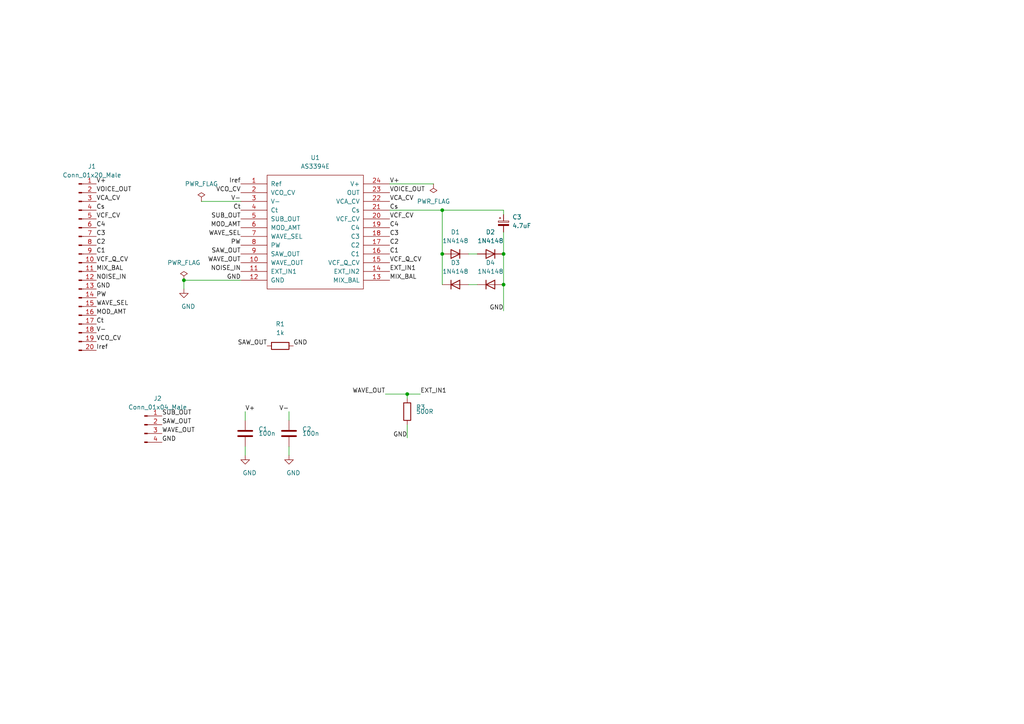
<source format=kicad_sch>
(kicad_sch (version 20211123) (generator eeschema)
  (paper "A4")
  (lib_symbols
    (symbol "AS3394E:AS3394E" (pin_names (offset 1.016))
      (property "Reference" "U" (at 0 -2.54 0))
      (property "Value" "AS3394E" (at 0 2.54 0))
      (symbol "AS3394E_1_0"
        (rectangle (start -13.97 -16.51) (end 13.97 16.51))
      )
      (symbol "AS3394E_1_1"
        (pin input line (at -21.59 13.97 0) (length 7.62) (name "Ref") (number "1"))
        (pin output line (at -21.59 -8.89 0) (length 7.62) (name "WAVE_OUT") (number "10"))
        (pin input line (at -21.59 -11.43 0) (length 7.62) (name "EXT_IN1") (number "11"))
        (pin power_in line (at -21.59 -13.97 0) (length 7.62) (name "GND") (number "12"))
        (pin input line (at 21.59 -13.97 180) (length 7.62) (name "MIX_BAL") (number "13"))
        (pin input line (at 21.59 -11.43 180) (length 7.62) (name "EXT_IN2") (number "14"))
        (pin input line (at 21.59 -8.89 180) (length 7.62) (name "VCF_Q_CV") (number "15"))
        (pin input line (at 21.59 -6.35 180) (length 7.62) (name "C1") (number "16"))
        (pin input line (at 21.59 -3.81 180) (length 7.62) (name "C2") (number "17"))
        (pin input line (at 21.59 -1.27 180) (length 7.62) (name "C3") (number "18"))
        (pin input line (at 21.59 1.27 180) (length 7.62) (name "C4") (number "19"))
        (pin input line (at -21.59 11.43 0) (length 7.62) (name "VCO_CV") (number "2"))
        (pin input line (at 21.59 3.81 180) (length 7.62) (name "VCF_CV") (number "20"))
        (pin input line (at 21.59 6.35 180) (length 7.62) (name "Cs") (number "21"))
        (pin input line (at 21.59 8.89 180) (length 7.62) (name "VCA_CV") (number "22"))
        (pin output line (at 21.59 11.43 180) (length 7.62) (name "OUT") (number "23"))
        (pin power_in line (at 21.59 13.97 180) (length 7.62) (name "V+") (number "24"))
        (pin power_in line (at -21.59 8.89 0) (length 7.62) (name "V-") (number "3"))
        (pin input line (at -21.59 6.35 0) (length 7.62) (name "Ct") (number "4"))
        (pin output line (at -21.59 3.81 0) (length 7.62) (name "SUB_OUT") (number "5"))
        (pin input line (at -21.59 1.27 0) (length 7.62) (name "MOD_AMT") (number "6"))
        (pin input line (at -21.59 -1.27 0) (length 7.62) (name "WAVE_SEL") (number "7"))
        (pin input line (at -21.59 -3.81 0) (length 7.62) (name "PW") (number "8"))
        (pin output line (at -21.59 -6.35 0) (length 7.62) (name "SAW_OUT") (number "9"))
      )
    )
    (symbol "Connector:Conn_01x04_Male" (pin_names (offset 1.016) hide)
      (property "Reference" "J" (at 0 5.08 0))
      (property "Value" "Conn_01x04_Male" (at 0 -7.62 0))
      (symbol "Conn_01x04_Male_1_1"
        (polyline (pts (xy 1.27 -5.08) (xy 0.8636 -5.08)) (stroke (width 0.1524)))
        (polyline (pts (xy 1.27 -2.54) (xy 0.8636 -2.54)) (stroke (width 0.1524)))
        (polyline (pts (xy 1.27 0) (xy 0.8636 0)) (stroke (width 0.1524)))
        (polyline (pts (xy 1.27 2.54) (xy 0.8636 2.54)) (stroke (width 0.1524)))
        (rectangle (start 0.8636 -4.953) (end 0 -5.207) (stroke (width 0.1524)) (fill (type outline)))
        (rectangle (start 0.8636 -2.413) (end 0 -2.667) (stroke (width 0.1524)) (fill (type outline)))
        (rectangle (start 0.8636 0.127) (end 0 -0.127) (stroke (width 0.1524)) (fill (type outline)))
        (rectangle (start 0.8636 2.667) (end 0 2.413) (stroke (width 0.1524)) (fill (type outline)))
        (pin passive line (at 5.08 2.54 180) (length 3.81) (name "Pin_1") (number "1"))
        (pin passive line (at 5.08 0 180) (length 3.81) (name "Pin_2") (number "2"))
        (pin passive line (at 5.08 -2.54 180) (length 3.81) (name "Pin_3") (number "3"))
        (pin passive line (at 5.08 -5.08 180) (length 3.81) (name "Pin_4") (number "4"))
      )
    )
    (symbol "Connector:Conn_01x20_Male" (pin_names (offset 1.016) hide)
      (property "Reference" "J" (at 0 25.4 0))
      (property "Value" "Conn_01x20_Male" (at 0 -27.94 0))
      (symbol "Conn_01x20_Male_1_1"
        (polyline (pts (xy 1.27 -25.4) (xy 0.8636 -25.4)) (stroke (width 0.1524)))
        (polyline (pts (xy 1.27 -22.86) (xy 0.8636 -22.86)) (stroke (width 0.1524)))
        (polyline (pts (xy 1.27 -20.32) (xy 0.8636 -20.32)) (stroke (width 0.1524)))
        (polyline (pts (xy 1.27 -17.78) (xy 0.8636 -17.78)) (stroke (width 0.1524)))
        (polyline (pts (xy 1.27 -15.24) (xy 0.8636 -15.24)) (stroke (width 0.1524)))
        (polyline (pts (xy 1.27 -12.7) (xy 0.8636 -12.7)) (stroke (width 0.1524)))
        (polyline (pts (xy 1.27 -10.16) (xy 0.8636 -10.16)) (stroke (width 0.1524)))
        (polyline (pts (xy 1.27 -7.62) (xy 0.8636 -7.62)) (stroke (width 0.1524)))
        (polyline (pts (xy 1.27 -5.08) (xy 0.8636 -5.08)) (stroke (width 0.1524)))
        (polyline (pts (xy 1.27 -2.54) (xy 0.8636 -2.54)) (stroke (width 0.1524)))
        (polyline (pts (xy 1.27 0) (xy 0.8636 0)) (stroke (width 0.1524)))
        (polyline (pts (xy 1.27 2.54) (xy 0.8636 2.54)) (stroke (width 0.1524)))
        (polyline (pts (xy 1.27 5.08) (xy 0.8636 5.08)) (stroke (width 0.1524)))
        (polyline (pts (xy 1.27 7.62) (xy 0.8636 7.62)) (stroke (width 0.1524)))
        (polyline (pts (xy 1.27 10.16) (xy 0.8636 10.16)) (stroke (width 0.1524)))
        (polyline (pts (xy 1.27 12.7) (xy 0.8636 12.7)) (stroke (width 0.1524)))
        (polyline (pts (xy 1.27 15.24) (xy 0.8636 15.24)) (stroke (width 0.1524)))
        (polyline (pts (xy 1.27 17.78) (xy 0.8636 17.78)) (stroke (width 0.1524)))
        (polyline (pts (xy 1.27 20.32) (xy 0.8636 20.32)) (stroke (width 0.1524)))
        (polyline (pts (xy 1.27 22.86) (xy 0.8636 22.86)) (stroke (width 0.1524)))
        (rectangle (start 0.8636 -25.273) (end 0 -25.527) (stroke (width 0.1524)) (fill (type outline)))
        (rectangle (start 0.8636 -22.733) (end 0 -22.987) (stroke (width 0.1524)) (fill (type outline)))
        (rectangle (start 0.8636 -20.193) (end 0 -20.447) (stroke (width 0.1524)) (fill (type outline)))
        (rectangle (start 0.8636 -17.653) (end 0 -17.907) (stroke (width 0.1524)) (fill (type outline)))
        (rectangle (start 0.8636 -15.113) (end 0 -15.367) (stroke (width 0.1524)) (fill (type outline)))
        (rectangle (start 0.8636 -12.573) (end 0 -12.827) (stroke (width 0.1524)) (fill (type outline)))
        (rectangle (start 0.8636 -10.033) (end 0 -10.287) (stroke (width 0.1524)) (fill (type outline)))
        (rectangle (start 0.8636 -7.493) (end 0 -7.747) (stroke (width 0.1524)) (fill (type outline)))
        (rectangle (start 0.8636 -4.953) (end 0 -5.207) (stroke (width 0.1524)) (fill (type outline)))
        (rectangle (start 0.8636 -2.413) (end 0 -2.667) (stroke (width 0.1524)) (fill (type outline)))
        (rectangle (start 0.8636 0.127) (end 0 -0.127) (stroke (width 0.1524)) (fill (type outline)))
        (rectangle (start 0.8636 2.667) (end 0 2.413) (stroke (width 0.1524)) (fill (type outline)))
        (rectangle (start 0.8636 5.207) (end 0 4.953) (stroke (width 0.1524)) (fill (type outline)))
        (rectangle (start 0.8636 7.747) (end 0 7.493) (stroke (width 0.1524)) (fill (type outline)))
        (rectangle (start 0.8636 10.287) (end 0 10.033) (stroke (width 0.1524)) (fill (type outline)))
        (rectangle (start 0.8636 12.827) (end 0 12.573) (stroke (width 0.1524)) (fill (type outline)))
        (rectangle (start 0.8636 15.367) (end 0 15.113) (stroke (width 0.1524)) (fill (type outline)))
        (rectangle (start 0.8636 17.907) (end 0 17.653) (stroke (width 0.1524)) (fill (type outline)))
        (rectangle (start 0.8636 20.447) (end 0 20.193) (stroke (width 0.1524)) (fill (type outline)))
        (rectangle (start 0.8636 22.987) (end 0 22.733) (stroke (width 0.1524)) (fill (type outline)))
        (pin passive line (at 5.08 22.86 180) (length 3.81) (name "Pin_1") (number "1"))
        (pin passive line (at 5.08 0 180) (length 3.81) (name "Pin_10") (number "10"))
        (pin passive line (at 5.08 -2.54 180) (length 3.81) (name "Pin_11") (number "11"))
        (pin passive line (at 5.08 -5.08 180) (length 3.81) (name "Pin_12") (number "12"))
        (pin passive line (at 5.08 -7.62 180) (length 3.81) (name "Pin_13") (number "13"))
        (pin passive line (at 5.08 -10.16 180) (length 3.81) (name "Pin_14") (number "14"))
        (pin passive line (at 5.08 -12.7 180) (length 3.81) (name "Pin_15") (number "15"))
        (pin passive line (at 5.08 -15.24 180) (length 3.81) (name "Pin_16") (number "16"))
        (pin passive line (at 5.08 -17.78 180) (length 3.81) (name "Pin_17") (number "17"))
        (pin passive line (at 5.08 -20.32 180) (length 3.81) (name "Pin_18") (number "18"))
        (pin passive line (at 5.08 -22.86 180) (length 3.81) (name "Pin_19") (number "19"))
        (pin passive line (at 5.08 20.32 180) (length 3.81) (name "Pin_2") (number "2"))
        (pin passive line (at 5.08 -25.4 180) (length 3.81) (name "Pin_20") (number "20"))
        (pin passive line (at 5.08 17.78 180) (length 3.81) (name "Pin_3") (number "3"))
        (pin passive line (at 5.08 15.24 180) (length 3.81) (name "Pin_4") (number "4"))
        (pin passive line (at 5.08 12.7 180) (length 3.81) (name "Pin_5") (number "5"))
        (pin passive line (at 5.08 10.16 180) (length 3.81) (name "Pin_6") (number "6"))
        (pin passive line (at 5.08 7.62 180) (length 3.81) (name "Pin_7") (number "7"))
        (pin passive line (at 5.08 5.08 180) (length 3.81) (name "Pin_8") (number "8"))
        (pin passive line (at 5.08 2.54 180) (length 3.81) (name "Pin_9") (number "9"))
      )
    )
    (symbol "Device:C" (pin_numbers hide) (pin_names (offset 0.254))
      (property "Reference" "C" (at 0.635 2.54 0))
      (property "Value" "C" (at 0.635 -2.54 0))
      (symbol "C_0_1"
        (polyline (pts (xy -2.032 -0.762) (xy 2.032 -0.762)) (stroke (width 0.508)))
        (polyline (pts (xy -2.032 0.762) (xy 2.032 0.762)) (stroke (width 0.508)))
      )
      (symbol "C_1_1"
        (pin passive line (at 0 3.81 270) (length 2.794) (name "~") (number "1"))
        (pin passive line (at 0 -3.81 90) (length 2.794) (name "~") (number "2"))
      )
    )
    (symbol "Device:C_Polarized_Small" (pin_numbers hide) (pin_names (offset 0.254) hide)
      (property "Reference" "C" (at 0.254 1.778 0))
      (property "Value" "C_Polarized_Small" (at 0.254 -2.032 0))
      (symbol "C_Polarized_Small_0_1"
        (rectangle (start -1.524 -0.3048) (end 1.524 -0.6858) (fill (type outline)))
        (rectangle (start -1.524 0.6858) (end 1.524 0.3048))
        (polyline (pts (xy -1.27 1.524) (xy -0.762 1.524)))
        (polyline (pts (xy -1.016 1.27) (xy -1.016 1.778)))
      )
      (symbol "C_Polarized_Small_1_1"
        (pin passive line (at 0 2.54 270) (length 1.8542) (name "~") (number "1"))
        (pin passive line (at 0 -2.54 90) (length 1.8542) (name "~") (number "2"))
      )
    )
    (symbol "Device:R" (pin_numbers hide) (pin_names (offset 0))
      (property "Reference" "R" (at 2.032 0 90))
      (property "Value" "R" (at 0 0 90))
      (symbol "R_0_1"
        (rectangle (start -1.016 -2.54) (end 1.016 2.54) (stroke (width 0.254)))
      )
      (symbol "R_1_1"
        (pin passive line (at 0 3.81 270) (length 1.27) (name "~") (number "1"))
        (pin passive line (at 0 -3.81 90) (length 1.27) (name "~") (number "2"))
      )
    )
    (symbol "Diode:1N4148" (pin_numbers hide) (pin_names (offset 1.016) hide)
      (property "Reference" "D" (at 0 2.54 0))
      (property "Value" "1N4148" (at 0 -2.54 0))
      (symbol "1N4148_0_1"
        (polyline (pts (xy -1.27 1.27) (xy -1.27 -1.27)) (stroke (width 0.254)))
        (polyline (pts (xy 1.27 0) (xy -1.27 0)))
        (polyline (pts (xy 1.27 1.27) (xy 1.27 -1.27) (xy -1.27 0) (xy 1.27 1.27)) (stroke (width 0.254)))
      )
      (symbol "1N4148_1_1"
        (pin passive line (at -3.81 0 0) (length 2.54) (name "K") (number "1"))
        (pin passive line (at 3.81 0 180) (length 2.54) (name "A") (number "2"))
      )
    )
    (symbol "power:GND" (power) (pin_names (offset 0))
      (property "Value" "GND" (at 0 -3.81 0))
      (symbol "GND_0_1"
        (polyline (pts (xy 0 0) (xy 0 -1.27) (xy 1.27 -1.27) (xy 0 -2.54) (xy -1.27 -1.27) (xy 0 -1.27)))
      )
      (symbol "GND_1_1"
        (pin power_in line (at 0 0 270) (length 0) hide (name "GND") (number "1"))
      )
    )
    (symbol "power:PWR_FLAG" (power) (pin_numbers hide) (pin_names (offset 0) hide)
      (property "Value" "PWR_FLAG" (at 0 3.81 0))
      (symbol "PWR_FLAG_0_0"
        (pin power_out line (at 0 0 90) (length 0) (name "pwr") (number "1"))
      )
      (symbol "PWR_FLAG_0_1"
        (polyline (pts (xy 0 0) (xy 0 1.27) (xy -1.016 1.905) (xy 0 2.54) (xy 1.016 1.905) (xy 0 1.27)))
      )
    )
  )
  (junction (at 53.34 81.28))
  (junction (at 146.05 73.66))
  (junction (at 146.05 82.55))
  (junction (at 128.27 73.66))
  (junction (at 118.11 114.3))
  (junction (at 128.27 60.96))
  (wire (pts (xy 138.43 73.66) (xy 135.89 73.66)))
  (wire (pts (xy 146.05 62.23) (xy 146.05 60.96)))
  (wire (pts (xy 71.12 121.92) (xy 71.12 119.38)))
  (wire (pts (xy 128.27 60.96) (xy 128.27 73.66)))
  (wire (pts (xy 118.11 123.19) (xy 118.11 127)))
  (wire (pts (xy 138.43 82.55) (xy 135.89 82.55)))
  (wire (pts (xy 111.76 114.3) (xy 118.11 114.3)))
  (wire (pts (xy 83.82 121.92) (xy 83.82 119.38)))
  (wire (pts (xy 128.27 60.96) (xy 146.05 60.96)))
  (wire (pts (xy 71.12 129.54) (xy 71.12 132.08)))
  (wire (pts (xy 146.05 90.17) (xy 146.05 82.55)))
  (wire (pts (xy 146.05 73.66) (xy 146.05 82.55)))
  (wire (pts (xy 53.34 81.28) (xy 53.34 83.82)))
  (wire (pts (xy 113.03 60.96) (xy 128.27 60.96)))
  (wire (pts (xy 121.92 114.3) (xy 118.11 114.3)))
  (wire (pts (xy 69.85 81.28) (xy 53.34 81.28)))
  (wire (pts (xy 128.27 73.66) (xy 128.27 82.55)))
  (wire (pts (xy 118.11 114.3) (xy 118.11 115.57)))
  (wire (pts (xy 146.05 67.31) (xy 146.05 73.66)))
  (wire (pts (xy 58.42 58.42) (xy 69.85 58.42)))
  (wire (pts (xy 83.82 132.08) (xy 83.82 129.54)))
  (wire (pts (xy 125.73 53.34) (xy 113.03 53.34)))
  (label "GND" (at 146.05 90.17 180))
  (label "MOD_AMT" (at 27.94 91.44 0))
  (label "MIX_BAL" (at 113.03 81.28 0))
  (label "Ct" (at 69.85 60.96 180))
  (label "Cs" (at 27.94 60.96 0))
  (label "WAVE_OUT" (at 69.85 76.2 180))
  (label "GND" (at 85.09 100.33 0))
  (label "GND" (at 27.94 83.82 0))
  (label "SAW_OUT" (at 46.99 123.19 0))
  (label "C2" (at 27.94 71.12 0))
  (label "EXT_IN1" (at 121.92 114.3 0))
  (label "Ct" (at 27.94 93.98 0))
  (label "EXT_IN1" (at 113.03 78.74 0))
  (label "VOICE_OUT" (at 27.94 55.88 0))
  (label "PW" (at 69.85 71.12 180))
  (label "C1" (at 27.94 73.66 0))
  (label "V+" (at 71.12 119.38 0))
  (label "MOD_AMT" (at 69.85 66.04 180))
  (label "C4" (at 113.03 66.04 0))
  (label "VCA_CV" (at 27.94 58.42 0))
  (label "MIX_BAL" (at 27.94 78.74 0))
  (label "VOICE_OUT" (at 113.03 55.88 0))
  (label "V-" (at 27.94 96.52 0))
  (label "SAW_OUT" (at 69.85 73.66 180))
  (label "SUB_OUT" (at 46.99 120.65 0))
  (label "NOISE_IN" (at 27.94 81.28 0))
  (label "C1" (at 113.03 73.66 0))
  (label "WAVE_SEL" (at 69.85 68.58 180))
  (label "VCA_CV" (at 113.03 58.42 0))
  (label "V+" (at 27.94 53.34 0))
  (label "WAVE_OUT" (at 46.99 125.73 0))
  (label "Cs" (at 113.03 60.96 0))
  (label "GND" (at 69.85 81.28 180))
  (label "C3" (at 27.94 68.58 0))
  (label "GND" (at 46.99 128.27 0))
  (label "VCO_CV" (at 27.94 99.06 0))
  (label "SAW_OUT" (at 77.47 100.33 180))
  (label "PW" (at 27.94 86.36 0))
  (label "VCF_CV" (at 113.03 63.5 0))
  (label "WAVE_SEL" (at 27.94 88.9 0))
  (label "C3" (at 113.03 68.58 0))
  (label "Iref" (at 69.85 53.34 180))
  (label "Iref" (at 27.94 101.6 0))
  (label "NOISE_IN" (at 69.85 78.74 180))
  (label "VCO_CV" (at 69.85 55.88 180))
  (label "V+" (at 113.03 53.34 0))
  (label "WAVE_OUT" (at 111.76 114.3 180))
  (label "C2" (at 113.03 71.12 0))
  (label "SUB_OUT" (at 69.85 63.5 180))
  (label "GND" (at 118.11 127 180))
  (label "C4" (at 27.94 66.04 0))
  (label "VCF_CV" (at 27.94 63.5 0))
  (label "VCF_Q_CV" (at 27.94 76.2 0))
  (label "V-" (at 69.85 58.42 180))
  (label "V-" (at 83.82 119.38 180))
  (label "VCF_Q_CV" (at 113.03 76.2 0))
  (symbol (lib_id "AS3394E:AS3394E") (at 91.44 67.31 0) (unit 1)
    (property "Reference" "U1" (at 91.44 45.72 0))
    (property "Value" "AS3394E" (at 91.44 48.26 0))
    (property "Footprint" "Package_DIP:DIP-24_W7.62mm_LongPads" (effects hide))
  )
  (symbol (lib_id "power:GND") (at 53.34 83.82 0) (unit 1)
    (property "Reference" "#PWR0101" (effects hide))
    (property "Value" "GND" (at 54.61 88.9 0))
  )
  (symbol (lib_id "Connector:Conn_01x20_Male") (at 22.86 76.2 0) (unit 1)
    (property "Reference" "J1" (at 26.67 48.26 0))
    (property "Value" "Conn_01x20_Male" (at 26.67 50.8 0))
    (property "Footprint" "Package_DIP:DIP-20_W7.62mm_LongPads" (effects hide))
  )
  (symbol (lib_id "power:PWR_FLAG") (at 125.73 53.34 180) (unit 1)
    (property "Reference" "#FLG0101" (effects hide))
    (property "Value" "PWR_FLAG" (at 125.73 58.42 0))
  )
  (symbol (lib_id "power:PWR_FLAG") (at 53.34 81.28 0) (unit 1)
    (property "Reference" "#FLG0102" (effects hide))
    (property "Value" "PWR_FLAG" (at 53.34 76.2 0))
  )
  (symbol (lib_id "power:PWR_FLAG") (at 58.42 58.42 0) (unit 1)
    (property "Reference" "#FLG0103" (effects hide))
    (property "Value" "PWR_FLAG" (at 58.42 53.34 0))
  )
  (symbol (lib_id "Device:R") (at 81.28 100.33 270) (mirror x) (unit 1)
    (property "Reference" "R1" (at 81.28 93.98 90))
    (property "Value" "1k" (at 81.28 96.52 90))
    (property "Footprint" "Resistor_THT:R_Axial_DIN0207_L6.3mm_D2.5mm_P2.54mm_Vertical" (effects hide))
  )
  (symbol (lib_id "Device:R") (at 118.11 119.38 0) (unit 1)
    (property "Reference" "R3" (at 120.65 118.11 0) (effects (justify left)))
    (property "Value" "500R" (at 120.65 119.38 0) (effects (justify left)))
    (property "Footprint" "Resistor_THT:R_Axial_DIN0207_L6.3mm_D2.5mm_P2.54mm_Vertical" (effects hide))
  )
  (symbol (lib_id "Diode:1N4148") (at 132.08 82.55 0) (unit 1)
    (property "Reference" "D3" (at 132.08 76.2 0))
    (property "Value" "1N4148" (at 132.08 78.74 0))
    (property "Footprint" "Diode_THT:D_DO-35_SOD27_P2.54mm_Vertical_AnodeUp" (effects hide))
    (property "Datasheet" "https://assets.nexperia.com/documents/data-sheet/1N4148_1N4448.pdf" (effects hide))
  )
  (symbol (lib_id "Diode:1N4148") (at 142.24 82.55 0) (unit 1)
    (property "Reference" "D4" (at 142.24 76.2 0))
    (property "Value" "1N4148" (at 142.24 78.74 0))
    (property "Footprint" "Diode_THT:D_DO-35_SOD27_P2.54mm_Vertical_AnodeUp" (effects hide))
    (property "Datasheet" "https://assets.nexperia.com/documents/data-sheet/1N4148_1N4448.pdf" (effects hide))
  )
  (symbol (lib_id "Diode:1N4148") (at 142.24 73.66 180) (unit 1)
    (property "Reference" "D2" (at 142.24 67.31 0))
    (property "Value" "1N4148" (at 142.24 69.85 0))
    (property "Footprint" "Diode_THT:D_DO-35_SOD27_P2.54mm_Vertical_AnodeUp" (effects hide))
    (property "Datasheet" "https://assets.nexperia.com/documents/data-sheet/1N4148_1N4448.pdf" (effects hide))
  )
  (symbol (lib_id "Diode:1N4148") (at 132.08 73.66 180) (unit 1)
    (property "Reference" "D1" (at 132.08 67.31 0))
    (property "Value" "1N4148" (at 132.08 69.85 0))
    (property "Footprint" "Diode_THT:D_DO-35_SOD27_P2.54mm_Vertical_AnodeUp" (effects hide))
    (property "Datasheet" "https://assets.nexperia.com/documents/data-sheet/1N4148_1N4448.pdf" (effects hide))
  )
  (symbol (lib_id "Device:C") (at 71.12 125.73 0) (unit 1)
    (property "Reference" "C1" (at 74.93 124.46 0) (effects (justify left)))
    (property "Value" "100n" (at 74.93 125.73 0) (effects (justify left)))
    (property "Footprint" "Capacitor_THT:C_Rect_L7.0mm_W3.5mm_P2.50mm_P5.00mm" (effects hide))
  )
  (symbol (lib_id "Device:C") (at 83.82 125.73 0) (unit 1)
    (property "Reference" "C2" (at 87.63 124.46 0) (effects (justify left)))
    (property "Value" "100n" (at 87.63 125.73 0) (effects (justify left)))
    (property "Footprint" "Capacitor_THT:C_Rect_L7.0mm_W3.5mm_P2.50mm_P5.00mm" (effects hide))
  )
  (symbol (lib_id "power:GND") (at 71.12 132.08 0) (unit 1)
    (property "Reference" "#PWR02" (effects hide))
    (property "Value" "GND" (at 72.39 137.16 0))
  )
  (symbol (lib_id "power:GND") (at 83.82 132.08 0) (unit 1)
    (property "Reference" "#PWR04" (effects hide))
    (property "Value" "GND" (at 85.09 137.16 0))
  )
  (symbol (lib_id "Connector:Conn_01x04_Male") (at 41.91 123.19 0) (unit 1)
    (property "Reference" "J2" (at 45.72 115.57 0))
    (property "Value" "Conn_01x04_Male" (at 45.72 118.11 0))
    (property "Footprint" "Connector_PinHeader_2.54mm:PinHeader_1x04_P2.54mm_Vertical" (effects hide))
  )
  (symbol (lib_id "Device:C_Polarized_Small") (at 146.05 64.77 0) (unit 1)
    (property "Reference" "C3" (at 148.59 62.9538 0) (effects (justify left)))
    (property "Value" "4.7uF" (at 148.59 65.4938 0) (effects (justify left)))
    (property "Footprint" "Capacitor_THT:CP_Radial_D5.0mm_P2.50mm" (effects hide))
  )
)
</source>
